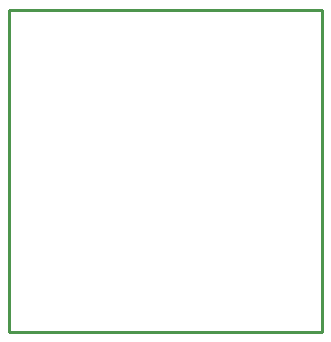
<source format=gbr>
G04 EAGLE Gerber RS-274X export*
G75*
%MOMM*%
%FSLAX34Y34*%
%LPD*%
%IN*%
%IPPOS*%
%AMOC8*
5,1,8,0,0,1.08239X$1,22.5*%
G01*
%ADD10C,0.254000*%


D10*
X1500Y-45000D02*
X266000Y-45000D01*
X266000Y228000D01*
X1500Y228000D01*
X1500Y-45000D01*
M02*

</source>
